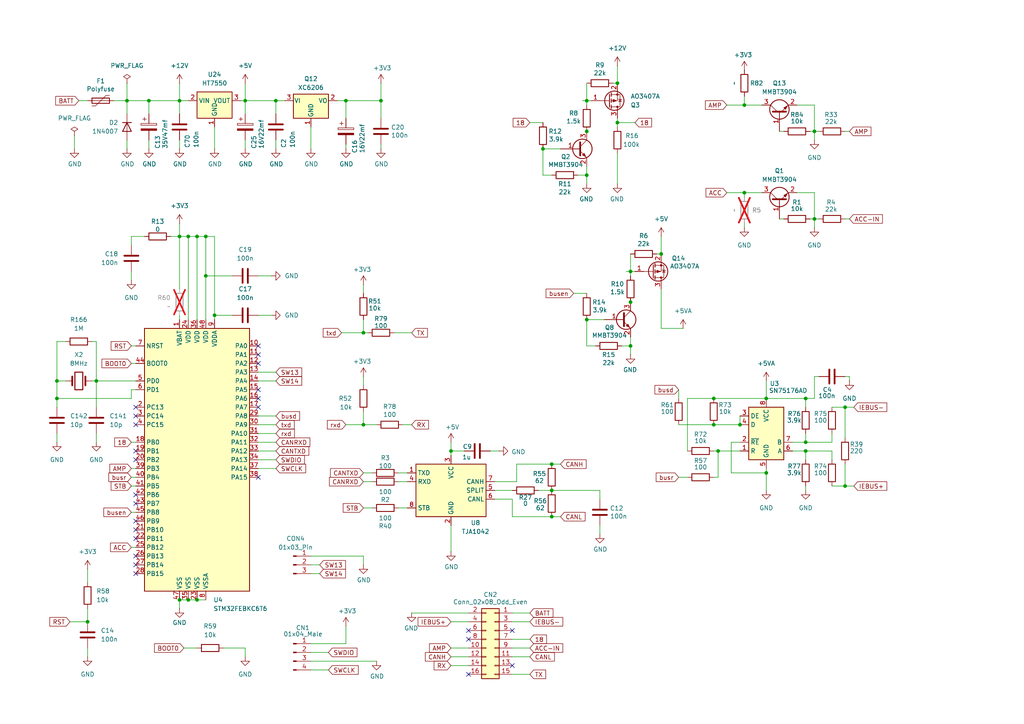
<source format=kicad_sch>
(kicad_sch (version 20231120) (generator "eeschema") (generator_version "8.0")
  (paper "A4")
  (lib_symbols
    (symbol "Connector:Conn_01x03_Pin" (pin_names (offset 1.016) hide)
      (property "Reference" "J" (at 0 5.08 0))
      (property "Value" "Conn_01x03_Pin" (at 0 -5.08 0))
      (symbol "Conn_01x03_Pin_1_1"
        (pin passive line (at 5.08 2.54 180) (length 3.81) (name "Pin_1") (number "1"))
        (pin passive line (at 5.08 0 180) (length 3.81) (name "Pin_2") (number "2"))
        (pin passive line (at 5.08 -2.54 180) (length 3.81) (name "Pin_3") (number "3"))
      )
    )
    (symbol "Connector:Conn_01x04_Pin" (pin_names (offset 1.016) hide)
      (property "Reference" "J" (at 0 5.08 0))
      (property "Value" "Conn_01x04_Pin" (at 0 -7.62 0))
      (symbol "Conn_01x04_Pin_1_1"
        (pin passive line (at 5.08 2.54 180) (length 3.81) (name "Pin_1") (number "1"))
        (pin passive line (at 5.08 0 180) (length 3.81) (name "Pin_2") (number "2"))
        (pin passive line (at 5.08 -2.54 180) (length 3.81) (name "Pin_3") (number "3"))
        (pin passive line (at 5.08 -5.08 180) (length 3.81) (name "Pin_4") (number "4"))
      )
    )
    (symbol "Connector_Generic:Conn_02x08_Odd_Even" (pin_names (offset 1.016) hide)
      (property "Reference" "J" (at 1.27 10.16 0))
      (property "Value" "Conn_02x08_Odd_Even" (at 1.27 -12.7 0))
      (symbol "Conn_02x08_Odd_Even_1_1"
        (pin passive line (at -5.08 7.62 0) (length 3.81) (name "Pin_1") (number "1"))
        (pin passive line (at 7.62 -2.54 180) (length 3.81) (name "Pin_10") (number "10"))
        (pin passive line (at -5.08 -5.08 0) (length 3.81) (name "Pin_11") (number "11"))
        (pin passive line (at 7.62 -5.08 180) (length 3.81) (name "Pin_12") (number "12"))
        (pin passive line (at -5.08 -7.62 0) (length 3.81) (name "Pin_13") (number "13"))
        (pin passive line (at 7.62 -7.62 180) (length 3.81) (name "Pin_14") (number "14"))
        (pin passive line (at -5.08 -10.16 0) (length 3.81) (name "Pin_15") (number "15"))
        (pin passive line (at 7.62 -10.16 180) (length 3.81) (name "Pin_16") (number "16"))
        (pin passive line (at 7.62 7.62 180) (length 3.81) (name "Pin_2") (number "2"))
        (pin passive line (at -5.08 5.08 0) (length 3.81) (name "Pin_3") (number "3"))
        (pin passive line (at 7.62 5.08 180) (length 3.81) (name "Pin_4") (number "4"))
        (pin passive line (at -5.08 2.54 0) (length 3.81) (name "Pin_5") (number "5"))
        (pin passive line (at 7.62 2.54 180) (length 3.81) (name "Pin_6") (number "6"))
        (pin passive line (at -5.08 0 0) (length 3.81) (name "Pin_7") (number "7"))
        (pin passive line (at 7.62 0 180) (length 3.81) (name "Pin_8") (number "8"))
        (pin passive line (at -5.08 -2.54 0) (length 3.81) (name "Pin_9") (number "9"))
      )
    )
    (symbol "Device:C" (pin_numbers hide) (pin_names (offset 0.254))
      (property "Reference" "C" (at 0.635 2.54 0))
      (property "Value" "C" (at 0.635 -2.54 0))
      (symbol "C_1_1"
        (pin passive line (at 0 3.81 270) (length 2.794) (name "~") (number "1"))
        (pin passive line (at 0 -3.81 90) (length 2.794) (name "~") (number "2"))
      )
    )
    (symbol "Device:C_Polarized" (pin_numbers hide) (pin_names (offset 0.254))
      (property "Reference" "C" (at 0.635 2.54 0))
      (property "Value" "C_Polarized" (at 0.635 -2.54 0))
      (symbol "C_Polarized_1_1"
        (pin passive line (at 0 3.81 270) (length 2.794) (name "~") (number "1"))
        (pin passive line (at 0 -3.81 90) (length 2.794) (name "~") (number "2"))
      )
    )
    (symbol "Device:Crystal" (pin_numbers hide) (pin_names (offset 1.016) hide)
      (property "Reference" "Y" (at 0 3.81 0))
      (property "Value" "Crystal" (at 0 -3.81 0))
      (symbol "Crystal_1_1"
        (pin passive line (at -3.81 0 0) (length 1.27) (name "1") (number "1"))
        (pin passive line (at 3.81 0 180) (length 1.27) (name "2") (number "2"))
      )
    )
    (symbol "Device:Polyfuse" (pin_numbers hide) (pin_names (offset 0))
      (property "Reference" "F" (at -2.54 0 90))
      (property "Value" "Polyfuse" (at 2.54 0 90))
      (symbol "Polyfuse_1_1"
        (pin passive line (at 0 3.81 270) (length 1.27) (name "~") (number "1"))
        (pin passive line (at 0 -3.81 90) (length 1.27) (name "~") (number "2"))
      )
    )
    (symbol "Device:R" (pin_numbers hide) (pin_names (offset 0))
      (property "Reference" "R" (at 2.032 0 90))
      (property "Value" "R" (at 0 0 90))
      (symbol "R_1_1"
        (pin passive line (at 0 3.81 270) (length 1.27) (name "~") (number "1"))
        (pin passive line (at 0 -3.81 90) (length 1.27) (name "~") (number "2"))
      )
    )
    (symbol "Diode:1N4007" (pin_numbers hide) (pin_names hide)
      (property "Reference" "D" (at 0 2.54 0))
      (property "Value" "1N4007" (at 0 -2.54 0))
      (symbol "1N4007_1_1"
        (pin passive line (at -3.81 0 0) (length 2.54) (name "K") (number "1"))
        (pin passive line (at 3.81 0 180) (length 2.54) (name "A") (number "2"))
      )
    )
    (symbol "Interface_CAN_LIN:TJA1042T"
      (property "Reference" "U" (at -10.16 8.89 0))
      (property "Value" "TJA1042T" (at 1.27 8.89 0))
      (symbol "TJA1042T_1_1"
        (pin input line (at -12.7 5.08 0) (length 2.54) (name "TXD") (number "1"))
        (pin power_in line (at 0 -10.16 90) (length 2.54) (name "GND") (number "2"))
        (pin power_in line (at 0 10.16 270) (length 2.54) (name "VCC") (number "3"))
        (pin output line (at -12.7 2.54 0) (length 2.54) (name "RXD") (number "4"))
        (pin power_out line (at 12.7 0 180) (length 2.54) (name "SPLIT") (number "5"))
        (pin bidirectional line (at 12.7 -2.54 180) (length 2.54) (name "CANL") (number "6"))
        (pin bidirectional line (at 12.7 2.54 180) (length 2.54) (name "CANH") (number "7"))
        (pin input line (at -12.7 -5.08 0) (length 2.54) (name "STB") (number "8"))
      )
    )
    (symbol "Interface_UART:SN75176AD"
      (property "Reference" "U" (at -4.318 8.89 0))
      (property "Value" "SN75176AD" (at 1.016 8.89 0))
      (symbol "SN75176AD_1_1"
        (pin output line (at -7.62 -5.08 0) (length 2.54) (name "R") (number "1"))
        (pin input line (at -7.62 -2.54 0) (length 2.54) (name "~{RE}") (number "2"))
        (pin input line (at -7.62 5.08 0) (length 2.54) (name "DE") (number "3"))
        (pin input line (at -7.62 2.54 0) (length 2.54) (name "D") (number "4"))
        (pin power_in line (at 0 -10.16 90) (length 2.54) (name "GND") (number "5"))
        (pin bidirectional line (at 7.62 -5.08 180) (length 2.54) (name "A") (number "6"))
        (pin bidirectional line (at 7.62 -2.54 180) (length 2.54) (name "B") (number "7"))
        (pin power_in line (at 0 10.16 270) (length 2.54) (name "VCC") (number "8"))
      )
    )
    (symbol "MCU_ST_STM32F1:STM32F103C8Tx"
      (property "Reference" "U4" (at 4.7341 -40.64 0))
      (property "Value" "STM32FEBKC6T6" (at 4.7341 -43.18 0))
      (symbol "STM32F103C8Tx_1_1"
        (pin power_in line (at -5.08 40.64 270) (length 2.54) (name "VBAT") (number "1"))
        (pin bidirectional line (at 17.78 33.02 180) (length 2.54) (name "PA0") (number "10"))
        (pin bidirectional line (at 17.78 30.48 180) (length 2.54) (name "PA1") (number "11"))
        (pin bidirectional line (at 17.78 27.94 180) (length 2.54) (name "PA2") (number "12"))
        (pin bidirectional line (at 17.78 25.4 180) (length 2.54) (name "PA3") (number "13"))
        (pin bidirectional line (at 17.78 22.86 180) (length 2.54) (name "PA4") (number "14"))
        (pin bidirectional line (at 17.78 20.32 180) (length 2.54) (name "PA5") (number "15"))
        (pin bidirectional line (at 17.78 17.78 180) (length 2.54) (name "PA6") (number "16"))
        (pin bidirectional line (at 17.78 15.24 180) (length 2.54) (name "PA7") (number "17"))
        (pin bidirectional line (at -17.78 5.08 0) (length 2.54) (name "PB0") (number "18"))
        (pin bidirectional line (at -17.78 2.54 0) (length 2.54) (name "PB1") (number "19"))
        (pin bidirectional line (at -17.78 15.24 0) (length 2.54) (name "PC13") (number "2"))
        (pin bidirectional line (at -17.78 0 0) (length 2.54) (name "PB2") (number "20"))
        (pin bidirectional line (at -17.78 -20.32 0) (length 2.54) (name "PB10") (number "21"))
        (pin bidirectional line (at -17.78 -22.86 0) (length 2.54) (name "PB11") (number "22"))
        (pin power_in line (at 0 -40.64 90) (length 2.54) (name "VSS") (number "23"))
        (pin power_in line (at -2.54 40.64 270) (length 2.54) (name "VDD") (number "24"))
        (pin bidirectional line (at -17.78 -25.4 0) (length 2.54) (name "PB12") (number "25"))
        (pin bidirectional line (at -17.78 -27.94 0) (length 2.54) (name "PB13") (number "26"))
        (pin bidirectional line (at -17.78 -30.48 0) (length 2.54) (name "PB14") (number "27"))
        (pin bidirectional line (at -17.78 -33.02 0) (length 2.54) (name "PB15") (number "28"))
        (pin bidirectional line (at 17.78 12.7 180) (length 2.54) (name "PA8") (number "29"))
        (pin bidirectional line (at -17.78 12.7 0) (length 2.54) (name "PC14") (number "3"))
        (pin bidirectional line (at 17.78 10.16 180) (length 2.54) (name "PA9") (number "30"))
        (pin bidirectional line (at 17.78 7.62 180) (length 2.54) (name "PA10") (number "31"))
        (pin bidirectional line (at 17.78 5.08 180) (length 2.54) (name "PA11") (number "32"))
        (pin bidirectional line (at 17.78 2.54 180) (length 2.54) (name "PA12") (number "33"))
        (pin bidirectional line (at 17.78 0 180) (length 2.54) (name "PA13") (number "34"))
        (pin power_in line (at -2.54 -40.64 90) (length 2.54) (name "VSS") (number "35"))
        (pin passive line (at 0 -40.64 90) (length 2.54) hide (name "VSS") (number "35"))
        (pin power_in line (at 0 40.64 270) (length 2.54) (name "VDD") (number "36"))
        (pin bidirectional line (at 17.78 -2.54 180) (length 2.54) (name "PA14") (number "37"))
        (pin bidirectional line (at 17.78 -5.08 180) (length 2.54) (name "PA15") (number "38"))
        (pin bidirectional line (at -17.78 -2.54 0) (length 2.54) (name "PB3") (number "39"))
        (pin bidirectional line (at -17.78 10.16 0) (length 2.54) (name "PC15") (number "4"))
        (pin bidirectional line (at -17.78 -5.08 0) (length 2.54) (name "PB4") (number "40"))
        (pin bidirectional line (at -17.78 -7.62 0) (length 2.54) (name "PB5") (number "41"))
        (pin bidirectional line (at -17.78 -10.16 0) (length 2.54) (name "PB6") (number "42"))
        (pin bidirectional line (at -17.78 -12.7 0) (length 2.54) (name "PB7") (number "43"))
        (pin input line (at -17.78 27.94 0) (length 2.54) (name "BOOT0") (number "44"))
        (pin bidirectional line (at -17.78 -15.24 0) (length 2.54) (name "PB8") (number "45"))
        (pin bidirectional line (at -17.78 -17.78 0) (length 2.54) (name "PB9") (number "46"))
        (pin power_in line (at -5.08 -40.64 90) (length 2.54) (name "VSS") (number "47"))
        (pin passive line (at 0 -40.64 90) (length 2.54) hide (name "VSS") (number "47"))
        (pin power_in line (at 2.54 40.64 270) (length 2.54) (name "VDD") (number "48"))
        (pin bidirectional line (at -17.78 22.86 0) (length 2.54) (name "PD0") (number "5"))
        (pin bidirectional line (at -17.78 20.32 0) (length 2.54) (name "PD1") (number "6"))
        (pin input line (at -17.78 33.02 0) (length 2.54) (name "NRST") (number "7"))
        (pin power_in line (at 2.54 -40.64 90) (length 2.54) (name "VSSA") (number "8"))
        (pin power_in line (at 5.08 40.64 270) (length 2.54) (name "VDDA") (number "9"))
      )
    )
    (symbol "MMBT3904_1" (pin_names (offset 0) hide)
      (property "Reference" "Q" (at 5.08 1.905 0))
      (property "Value" "MMBT3904" (at 5.08 0 0))
      (symbol "MMBT3904_1_1_1"
        (pin input line (at -5.08 0 0) (length 5.715) (name "B") (number "1"))
        (pin passive line (at 2.54 -5.08 90) (length 2.54) (name "E") (number "2"))
        (pin passive line (at 2.54 5.08 270) (length 2.54) (name "C") (number "3"))
      )
    )
    (symbol "Regulator_Linear:HT75xx-1-SOT89"
      (property "Reference" "U" (at -5.08 -3.81 0))
      (property "Value" "HT75xx-1-SOT89" (at 0 6.35 0))
      (symbol "HT75xx-1-SOT89_1_1"
        (pin power_in line (at 0 -5.08 90) (length 2.54) (name "GND") (number "1"))
        (pin power_in line (at -7.62 2.54 0) (length 2.54) (name "VIN") (number "2"))
        (pin power_out line (at 7.62 2.54 180) (length 2.54) (name "VOUT") (number "3"))
      )
    )
    (symbol "Regulator_Linear:XC6206PxxxMR" (pin_names (offset 0.254))
      (property "Reference" "U" (at -3.81 3.175 0))
      (property "Value" "XC6206PxxxMR" (at 0 3.175 0))
      (symbol "XC6206PxxxMR_1_1"
        (pin power_in line (at 0 -7.62 90) (length 2.54) (name "GND") (number "1"))
        (pin power_out line (at 7.62 0 180) (length 2.54) (name "VO") (number "2"))
        (pin power_in line (at -7.62 0 0) (length 2.54) (name "VI") (number "3"))
      )
    )
    (symbol "Transistor_BJT:MMBT3904" (pin_names (offset 0) hide)
      (property "Reference" "Q" (at 5.08 1.905 0))
      (property "Value" "MMBT3904" (at 5.08 0 0))
      (symbol "MMBT3904_1_1"
        (pin input line (at -5.08 0 0) (length 5.715) (name "B") (number "1"))
        (pin passive line (at 2.54 -5.08 90) (length 2.54) (name "E") (number "2"))
        (pin passive line (at 2.54 5.08 270) (length 2.54) (name "C") (number "3"))
      )
    )
    (symbol "Transistor_FET:AO3401A" (pin_names hide)
      (property "Reference" "Q" (at 5.08 1.905 0))
      (property "Value" "AO3401A" (at 5.08 0 0))
      (symbol "AO3401A_1_1"
        (pin input line (at -5.08 0 0) (length 2.54) (name "G") (number "1"))
        (pin passive line (at 2.54 -5.08 90) (length 2.54) (name "S") (number "2"))
        (pin passive line (at 2.54 5.08 270) (length 2.54) (name "D") (number "3"))
      )
    )
    (symbol "power:+12V" (power) (pin_numbers hide) (pin_names (offset 0) hide)
      (property "Value" "+12V" (at 0 3.556 0))
      (symbol "+12V_1_1"
        (pin power_in line (at 0 0 90) (length 0) (name "~") (number "1"))
      )
    )
    (symbol "power:+3V3" (power) (pin_numbers hide) (pin_names (offset 0) hide)
      (property "Value" "+3V3" (at 0 3.556 0))
      (symbol "+3V3_1_1"
        (pin power_in line (at 0 0 90) (length 0) (name "~") (number "1"))
      )
    )
    (symbol "power:+5V" (power) (pin_numbers hide) (pin_names (offset 0) hide)
      (property "Value" "+5V" (at 0 3.556 0))
      (symbol "+5V_1_1"
        (pin power_in line (at 0 0 90) (length 0) (name "~") (number "1"))
      )
    )
    (symbol "power:+5VA" (power) (pin_numbers hide) (pin_names (offset 0) hide)
      (property "Value" "+5VA" (at 0 3.556 0))
      (symbol "+5VA_1_1"
        (pin power_in line (at 0 0 90) (length 0) (name "~") (number "1"))
      )
    )
    (symbol "power:GND" (power) (pin_numbers hide) (pin_names (offset 0) hide)
      (property "Value" "GND" (at 0 -3.81 0))
      (symbol "GND_1_1"
        (pin power_in line (at 0 0 270) (length 0) (name "~") (number "1"))
      )
    )
    (symbol "power:PWR_FLAG" (power) (pin_numbers hide) (pin_names (offset 0) hide)
      (property "Value" "PWR_FLAG" (at 0 3.81 0))
      (symbol "PWR_FLAG_0_0"
        (pin power_out line (at 0 0 90) (length 0) (name "~") (number "1"))
      )
    )
  )
  (junction (at 170.18 50.8))
  (junction (at 245.11 140.97))
  (junction (at 182.88 100.33))
  (junction (at 43.18 29.21))
  (junction (at 100.33 29.21))
  (junction (at 105.41 96.52))
  (junction (at 160.02 142.24))
  (junction (at 52.07 29.21))
  (junction (at 170.18 38.1))
  (junction (at 62.23 91.44))
  (junction (at 59.69 68.58))
  (junction (at 170.18 29.21))
  (junction (at 57.15 173.99))
  (junction (at 157.48 43.18))
  (junction (at 191.77 73.66))
  (junction (at 207.01 123.19))
  (junction (at 57.15 68.58))
  (junction (at 71.12 29.21))
  (junction (at 110.49 29.21))
  (junction (at 233.68 130.81))
  (junction (at 245.11 118.11))
  (junction (at 80.01 29.21))
  (junction (at 215.9 30.48))
  (junction (at 36.83 29.21))
  (junction (at 208.28 130.81))
  (junction (at 130.81 130.81))
  (junction (at 27.94 110.49))
  (junction (at 160.02 134.62))
  (junction (at 182.88 78.74))
  (junction (at 179.07 24.13))
  (junction (at 54.61 68.58))
  (junction (at 52.07 173.99))
  (junction (at 222.25 137.16))
  (junction (at 160.02 149.86))
  (junction (at 233.68 128.27))
  (junction (at 182.88 87.63))
  (junction (at 233.68 115.57))
  (junction (at 170.18 92.71))
  (junction (at 105.41 123.19))
  (junction (at 236.22 38.1))
  (junction (at 54.61 173.99))
  (junction (at 214.63 123.19))
  (junction (at 16.51 115.57))
  (junction (at 25.4 180.34))
  (junction (at 215.9 55.88))
  (junction (at 222.25 115.57))
  (junction (at 59.69 80.01))
  (junction (at 236.22 63.5))
  (junction (at 16.51 110.49))
  (junction (at 207.01 115.57))
  (junction (at 52.07 68.58))
  (junction (at 179.07 35.56))
  (no_connect (at 148.59 182.88))
  (no_connect (at 74.93 100.33))
  (no_connect (at 39.37 163.83))
  (no_connect (at 39.37 123.19))
  (no_connect (at 74.93 113.03))
  (no_connect (at 39.37 151.13))
  (no_connect (at 74.93 102.87))
  (no_connect (at 39.37 118.11))
  (no_connect (at 74.93 115.57))
  (no_connect (at 135.89 185.42))
  (no_connect (at 39.37 133.35))
  (no_connect (at 39.37 161.29))
  (no_connect (at 39.37 153.67))
  (no_connect (at 135.89 195.58))
  (no_connect (at 39.37 146.05))
  (no_connect (at 74.93 105.41))
  (no_connect (at 148.59 193.04))
  (no_connect (at 39.37 156.21))
  (no_connect (at 74.93 118.11))
  (no_connect (at 74.93 138.43))
  (no_connect (at 39.37 130.81))
  (no_connect (at 39.37 120.65))
  (no_connect (at 135.89 182.88))
  (no_connect (at 39.37 166.37))
  (no_connect (at 39.37 143.51))
  (wire (pts (xy 233.68 115.57) (xy 222.25 115.57)))
  (wire (pts (xy 233.68 140.97) (xy 233.68 142.24)))
  (wire (pts (xy 207.01 115.57) (xy 199.39 115.57)))
  (wire (pts (xy 52.07 40.64) (xy 52.07 43.18)))
  (wire (pts (xy 90.17 194.31) (xy 95.25 194.31)))
  (wire (pts (xy 207.01 138.43) (xy 208.28 138.43)))
  (wire (pts (xy 214.63 120.65) (xy 214.63 123.19)))
  (wire (pts (xy 109.22 191.77) (xy 90.17 191.77)))
  (wire (pts (xy 74.93 135.89) (xy 80.01 135.89)))
  (wire (pts (xy 160.02 142.24) (xy 173.99 142.24)))
  (wire (pts (xy 71.12 29.21) (xy 71.12 33.02)))
  (wire (pts (xy 36.83 29.21) (xy 36.83 33.02)))
  (wire (pts (xy 74.93 123.19) (xy 80.01 123.19)))
  (wire (pts (xy 90.17 163.83) (xy 92.71 163.83)))
  (wire (pts (xy 36.83 40.64) (xy 36.83 43.18)))
  (wire (pts (xy 64.77 187.96) (xy 71.12 187.96)))
  (wire (pts (xy 135.89 190.5) (xy 130.81 190.5)))
  (wire (pts (xy 36.83 29.21) (xy 43.18 29.21)))
  (wire (pts (xy 214.63 128.27) (xy 212.09 128.27)))
  (wire (pts (xy 179.07 36.83) (xy 179.07 35.56)))
  (wire (pts (xy 231.14 30.48) (xy 236.22 30.48)))
  (wire (pts (xy 170.18 50.8) (xy 167.64 50.8)))
  (wire (pts (xy 105.41 111.76) (xy 105.41 109.22)))
  (wire (pts (xy 241.3 130.81) (xy 241.3 133.35)))
  (wire (pts (xy 22.86 29.21) (xy 25.4 29.21)))
  (wire (pts (xy 173.99 154.94) (xy 173.99 152.4)))
  (wire (pts (xy 43.18 40.64) (xy 43.18 43.18)))
  (wire (pts (xy 49.53 68.58) (xy 52.07 68.58)))
  (wire (pts (xy 105.41 161.29) (xy 105.41 163.83)))
  (wire (pts (xy 160.02 134.62) (xy 162.56 134.62)))
  (wire (pts (xy 179.07 19.05) (xy 179.07 24.13)))
  (wire (pts (xy 236.22 109.22) (xy 237.49 109.22)))
  (wire (pts (xy 210.82 30.48) (xy 215.9 30.48)))
  (wire (pts (xy 153.67 35.56) (xy 157.48 35.56)))
  (wire (pts (xy 142.24 130.81) (xy 144.78 130.81)))
  (wire (pts (xy 135.89 193.04) (xy 130.81 193.04)))
  (wire (pts (xy 105.41 123.19) (xy 100.33 123.19)))
  (wire (pts (xy 222.25 110.49) (xy 222.25 115.57)))
  (wire (pts (xy 62.23 68.58) (xy 62.23 91.44)))
  (wire (pts (xy 62.23 68.58) (xy 59.69 68.58)))
  (wire (pts (xy 241.3 118.11) (xy 245.11 118.11)))
  (wire (pts (xy 38.1 148.59) (xy 39.37 148.59)))
  (wire (pts (xy 59.69 68.58) (xy 57.15 68.58)))
  (wire (pts (xy 157.48 43.18) (xy 162.56 43.18)))
  (wire (pts (xy 170.18 100.33) (xy 170.18 92.71)))
  (wire (pts (xy 236.22 30.48) (xy 236.22 38.1)))
  (wire (pts (xy 208.28 130.81) (xy 208.28 138.43)))
  (wire (pts (xy 226.06 38.1) (xy 227.33 38.1)))
  (wire (pts (xy 38.1 138.43) (xy 39.37 138.43)))
  (wire (pts (xy 52.07 29.21) (xy 52.07 33.02)))
  (wire (pts (xy 241.3 128.27) (xy 241.3 125.73)))
  (wire (pts (xy 27.94 110.49) (xy 39.37 110.49)))
  (wire (pts (xy 115.57 147.32) (xy 118.11 147.32)))
  (wire (pts (xy 74.93 128.27) (xy 80.01 128.27)))
  (wire (pts (xy 149.86 134.62) (xy 160.02 134.62)))
  (wire (pts (xy 105.41 137.16) (xy 107.95 137.16)))
  (wire (pts (xy 191.77 95.25) (xy 198.12 95.25)))
  (wire (pts (xy 215.9 57.15) (xy 215.9 55.88)))
  (wire (pts (xy 233.68 118.11) (xy 233.68 115.57)))
  (wire (pts (xy 196.85 123.19) (xy 207.01 123.19)))
  (wire (pts (xy 246.38 109.22) (xy 246.38 110.49)))
  (wire (pts (xy 54.61 68.58) (xy 54.61 92.71)))
  (wire (pts (xy 36.83 24.13) (xy 36.83 29.21)))
  (wire (pts (xy 71.12 24.13) (xy 71.12 29.21)))
  (wire (pts (xy 38.1 113.03) (xy 38.1 115.57)))
  (wire (pts (xy 107.95 147.32) (xy 105.41 147.32)))
  (wire (pts (xy 62.23 36.83) (xy 62.23 43.18)))
  (wire (pts (xy 170.18 100.33) (xy 172.72 100.33)))
  (wire (pts (xy 135.89 177.8) (xy 119.38 177.8)))
  (wire (pts (xy 222.25 137.16) (xy 222.25 142.24)))
  (wire (pts (xy 105.41 82.55) (xy 105.41 85.09)))
  (wire (pts (xy 215.9 64.77) (xy 215.9 66.04)))
  (wire (pts (xy 207.01 130.81) (xy 208.28 130.81)))
  (wire (pts (xy 59.69 80.01) (xy 67.31 80.01)))
  (wire (pts (xy 74.93 107.95) (xy 80.01 107.95)))
  (wire (pts (xy 233.68 130.81) (xy 241.3 130.81)))
  (wire (pts (xy 160.02 149.86) (xy 162.56 149.86)))
  (wire (pts (xy 166.37 85.09) (xy 170.18 85.09)))
  (wire (pts (xy 182.88 97.79) (xy 182.88 100.33)))
  (wire (pts (xy 105.41 123.19) (xy 105.41 119.38)))
  (wire (pts (xy 170.18 24.13) (xy 170.18 29.21)))
  (wire (pts (xy 191.77 68.58) (xy 191.77 73.66)))
  (wire (pts (xy 115.57 137.16) (xy 118.11 137.16)))
  (wire (pts (xy 157.48 50.8) (xy 160.02 50.8)))
  (wire (pts (xy 25.4 176.53) (xy 25.4 180.34)))
  (wire (pts (xy 233.68 130.81) (xy 233.68 133.35)))
  (wire (pts (xy 210.82 55.88) (xy 215.9 55.88)))
  (wire (pts (xy 222.25 135.89) (xy 222.25 137.16)))
  (wire (pts (xy 229.87 130.81) (xy 233.68 130.81)))
  (wire (pts (xy 43.18 29.21) (xy 43.18 33.02)))
  (wire (pts (xy 245.11 134.62) (xy 245.11 140.97)))
  (wire (pts (xy 53.34 187.96) (xy 57.15 187.96)))
  (wire (pts (xy 208.28 130.81) (xy 214.63 130.81)))
  (wire (pts (xy 148.59 187.96) (xy 153.67 187.96)))
  (wire (pts (xy 52.07 173.99) (xy 52.07 176.53)))
  (wire (pts (xy 38.1 128.27) (xy 39.37 128.27)))
  (wire (pts (xy 52.07 173.99) (xy 54.61 173.99)))
  (wire (pts (xy 157.48 50.8) (xy 157.48 43.18)))
  (wire (pts (xy 43.18 29.21) (xy 52.07 29.21)))
  (wire (pts (xy 52.07 64.77) (xy 52.07 68.58)))
  (wire (pts (xy 74.93 130.81) (xy 80.01 130.81)))
  (wire (pts (xy 149.86 139.7) (xy 143.51 139.7)))
  (wire (pts (xy 181.61 78.74) (xy 182.88 78.74)))
  (wire (pts (xy 233.68 128.27) (xy 241.3 128.27)))
  (wire (pts (xy 170.18 48.26) (xy 170.18 50.8)))
  (wire (pts (xy 153.67 180.34) (xy 148.59 180.34)))
  (wire (pts (xy 100.33 29.21) (xy 110.49 29.21)))
  (wire (pts (xy 215.9 55.88) (xy 220.98 55.88)))
  (wire (pts (xy 90.17 161.29) (xy 105.41 161.29)))
  (wire (pts (xy 170.18 29.21) (xy 171.45 29.21)))
  (wire (pts (xy 191.77 95.25) (xy 191.77 83.82)))
  (wire (pts (xy 105.41 96.52) (xy 105.41 92.71)))
  (wire (pts (xy 245.11 118.11) (xy 247.65 118.11)))
  (wire (pts (xy 246.38 109.22) (xy 245.11 109.22)))
  (wire (pts (xy 38.1 113.03) (xy 39.37 113.03)))
  (wire (pts (xy 26.67 99.06) (xy 27.94 99.06)))
  (wire (pts (xy 245.11 140.97) (xy 247.65 140.97)))
  (wire (pts (xy 179.07 53.34) (xy 179.07 44.45)))
  (wire (pts (xy 229.87 128.27) (xy 233.68 128.27)))
  (wire (pts (xy 114.3 96.52) (xy 119.38 96.52)))
  (wire (pts (xy 80.01 40.64) (xy 80.01 43.18)))
  (wire (pts (xy 97.79 29.21) (xy 100.33 29.21)))
  (wire (pts (xy 110.49 29.21) (xy 110.49 24.13)))
  (wire (pts (xy 74.93 110.49) (xy 80.01 110.49)))
  (wire (pts (xy 191.77 73.66) (xy 190.5 73.66)))
  (wire (pts (xy 215.9 30.48) (xy 220.98 30.48)))
  (wire (pts (xy 236.22 38.1) (xy 236.22 40.64)))
  (wire (pts (xy 74.93 91.44) (xy 78.74 91.44)))
  (wire (pts (xy 184.15 35.56) (xy 179.07 35.56)))
  (wire (pts (xy 170.18 36.83) (xy 170.18 38.1)))
  (wire (pts (xy 16.51 125.73) (xy 16.51 128.27)))
  (wire (pts (xy 237.49 63.5) (xy 236.22 63.5)))
  (wire (pts (xy 170.18 92.71) (xy 175.26 92.71)))
  (wire (pts (xy 38.1 100.33) (xy 39.37 100.33)))
  (wire (pts (xy 110.49 43.18) (xy 110.49 41.91)))
  (wire (pts (xy 135.89 187.96) (xy 130.81 187.96)))
  (wire (pts (xy 236.22 115.57) (xy 233.68 115.57)))
  (wire (pts (xy 80.01 29.21) (xy 82.55 29.21)))
  (wire (pts (xy 106.68 96.52) (xy 105.41 96.52)))
  (wire (pts (xy 236.22 63.5) (xy 236.22 66.04)))
  (wire (pts (xy 59.69 68.58) (xy 59.69 80.01)))
  (wire (pts (xy 226.06 63.5) (xy 227.33 63.5)))
  (wire (pts (xy 182.88 86.36) (xy 182.88 87.63)))
  (wire (pts (xy 207.01 115.57) (xy 222.25 115.57)))
  (wire (pts (xy 16.51 115.57) (xy 38.1 115.57)))
  (wire (pts (xy 16.51 99.06) (xy 19.05 99.06)))
  (wire (pts (xy 25.4 187.96) (xy 25.4 190.5)))
  (wire (pts (xy 74.93 80.01) (xy 78.74 80.01)))
  (wire (pts (xy 52.07 68.58) (xy 52.07 83.82)))
  (wire (pts (xy 148.59 144.78) (xy 148.59 149.86)))
  (wire (pts (xy 196.85 138.43) (xy 199.39 138.43)))
  (wire (pts (xy 100.33 29.21) (xy 100.33 34.29)))
  (wire (pts (xy 143.51 142.24) (xy 148.59 142.24)))
  (wire (pts (xy 153.67 195.58) (xy 148.59 195.58)))
  (wire (pts (xy 27.94 125.73) (xy 27.94 128.27)))
  (wire (pts (xy 107.95 139.7) (xy 105.41 139.7)))
  (wire (pts (xy 182.88 100.33) (xy 182.88 102.87)))
  (wire (pts (xy 231.14 55.88) (xy 236.22 55.88)))
  (wire (pts (xy 90.17 186.69) (xy 100.33 186.69)))
  (wire (pts (xy 148.59 144.78) (xy 143.51 144.78)))
  (wire (pts (xy 236.22 55.88) (xy 236.22 63.5)))
  (wire (pts (xy 69.85 29.21) (xy 71.12 29.21)))
  (wire (pts (xy 241.3 140.97) (xy 245.11 140.97)))
  (wire (pts (xy 52.07 91.44) (xy 52.07 92.71)))
  (wire (pts (xy 16.51 110.49) (xy 19.05 110.49)))
  (wire (pts (xy 182.88 73.66) (xy 182.88 78.74)))
  (wire (pts (xy 71.12 29.21) (xy 80.01 29.21)))
  (wire (pts (xy 130.81 152.4) (xy 130.81 160.02)))
  (wire (pts (xy 179.07 24.13) (xy 177.8 24.13)))
  (wire (pts (xy 20.32 180.34) (xy 25.4 180.34)))
  (wire (pts (xy 148.59 185.42) (xy 153.67 185.42)))
  (wire (pts (xy 236.22 109.22) (xy 236.22 115.57)))
  (wire (pts (xy 109.22 123.19) (xy 105.41 123.19)))
  (wire (pts (xy 16.51 110.49) (xy 16.51 99.06)))
  (wire (pts (xy 100.33 43.18) (xy 100.33 41.91)))
  (wire (pts (xy 130.81 130.81) (xy 134.62 130.81)))
  (wire (pts (xy 74.93 133.35) (xy 80.01 133.35)))
  (wire (pts (xy 234.95 63.5) (xy 236.22 63.5)))
  (wire (pts (xy 170.18 50.8) (xy 170.18 53.34)))
  (wire (pts (xy 135.89 180.34) (xy 130.81 180.34)))
  (wire (pts (xy 71.12 40.64) (xy 71.12 43.18)))
  (wire (pts (xy 21.59 39.37) (xy 21.59 43.18)))
  (wire (pts (xy 16.51 118.11) (xy 16.51 115.57)))
  (wire (pts (xy 38.1 68.58) (xy 41.91 68.58)))
  (wire (pts (xy 156.21 142.24) (xy 160.02 142.24)))
  (wire (pts (xy 90.17 189.23) (xy 95.25 189.23)))
  (wire (pts (xy 38.1 158.75) (xy 39.37 158.75)))
  (wire (pts (xy 196.85 113.03) (xy 196.85 115.57)))
  (wire (pts (xy 148.59 177.8) (xy 153.67 177.8)))
  (wire (pts (xy 33.02 29.21) (xy 36.83 29.21)))
  (wire (pts (xy 130.81 130.81) (xy 130.81 132.08)))
  (wire (pts (xy 245.11 38.1) (xy 246.38 38.1)))
  (wire (pts (xy 57.15 68.58) (xy 57.15 92.71)))
  (wire (pts (xy 170.18 29.21) (xy 170.18 30.48)))
  (wire (pts (xy 59.69 80.01) (xy 59.69 92.71)))
  (wire (pts (xy 173.99 142.24) (xy 173.99 144.78)))
  (wire (pts (xy 27.94 110.49) (xy 26.67 110.49)))
  (wire (pts (xy 199.39 115.57) (xy 199.39 130.81)))
  (wire (pts (xy 168.91 29.21) (xy 170.18 29.21)))
  (wire (pts (xy 233.68 125.73) (xy 233.68 128.27)))
  (wire (pts (xy 38.1 105.41) (xy 39.37 105.41)))
  (wire (pts (xy 182.88 78.74) (xy 184.15 78.74)))
  (wire (pts (xy 110.49 34.29) (xy 110.49 29.21)))
  (wire (pts (xy 57.15 68.58) (xy 54.61 68.58)))
  (wire (pts (xy 16.51 115.57) (xy 16.51 110.49)))
  (wire (pts (xy 245.11 127) (xy 245.11 118.11)))
  (wire (pts (xy 215.9 27.94) (xy 215.9 30.48)))
  (wire (pts (xy 62.23 91.44) (xy 67.31 91.44)))
  (wire (pts (xy 80.01 29.21) (xy 80.01 33.02)))
  (wire (pts (xy 179.07 35.56) (xy 179.07 34.29)))
  (wire (pts (xy 148.59 149.86) (xy 160.02 149.86)))
  (wire (pts (xy 237.49 38.1) (xy 236.22 38.1)))
  (wire (pts (xy 54.61 173.99) (xy 57.15 173.99)))
  (wire (pts (xy 207.01 123.19) (xy 214.63 123.19)))
  (wire (pts (xy 38.1 140.97) (xy 39.37 140.97)))
  (wire (pts (xy 212.09 128.27) (xy 212.09 137.16)))
  (wire (pts (xy 38.1 71.12) (xy 38.1 68.58)))
  (wire (pts (xy 119.38 123.19) (xy 116.84 123.19)))
  (wire (pts (xy 27.94 110.49) (xy 27.94 118.11)))
  (wire (pts (xy 182.88 78.74) (xy 182.88 80.01)))
  (wire (pts (xy 212.09 137.16) (xy 222.25 137.16)))
  (wire (pts (xy 130.81 128.27) (xy 130.81 130.81)))
  (wire (pts (xy 71.12 187.96) (xy 71.12 190.5)))
  (wire (pts (xy 25.4 165.1) (xy 25.4 168.91)))
  (wire (pts (xy 38.1 135.89) (xy 39.37 135.89)))
  (wire (pts (xy 62.23 92.71) (xy 62.23 91.44)))
  (wire (pts (xy 90.17 166.37) (xy 92.71 166.37)))
  (wire (pts (xy 74.93 125.73) (xy 80.01 125.73)))
  (wire (pts (xy 52.07 29.21) (xy 54.61 29.21)))
  (wire (pts (xy 100.33 186.69) (xy 100.33 181.61)))
  (wire (pts (xy 38.1 78.74) (xy 38.1 81.28)))
  (wire (pts (xy 149.86 134.62) (xy 149.86 139.7)))
  (wire (pts (xy 54.61 68.58) (xy 52.07 68.58)))
  (wire (pts (xy 182.88 100.33) (xy 180.34 100.33)))
  (wire (pts (xy 234.95 38.1) (xy 236.22 38.1)))
  (wire (pts (xy 57.15 173.99) (xy 59.69 173.99)))
  (wire (pts (xy 52.07 24.13) (xy 52.07 29.21)))
  (wire (pts (xy 148.59 190.5) (xy 153.67 190.5)))
  (wire (pts (xy 90.17 36.83) (xy 90.17 43.18)))
  (wire (pts (xy 27.94 99.06) (xy 27.94 110.49)))
  (wire (pts (xy 245.11 63.5) (xy 246.38 63.5)))
  (wire (pts (xy 105.41 96.52) (xy 99.06 96.52)))
  (wire (pts (xy 74.93 120.65) (xy 80.01 120.65)))
  (wire (pts (xy 115.57 139.7) (xy 118.11 139.7)))
  (global_label "STB" (shape input) (at 38.1 140.97 180) (property "Intersheetrefs" "${INTERSHEET_REFS}" (effects (hide yes))))
  (global_label "rxd" (shape input) (at 100.33 123.19 180) (property "Intersheetrefs" "${INTERSHEET_REFS}" (effects (hide yes))))
  (global_label "STB" (shape input) (at 105.41 147.32 180) (property "Intersheetrefs" "${INTERSHEET_REFS}" (effects (hide yes))))
  (global_label "BATT" (shape input) (at 153.67 177.8 0) (property "Intersheetrefs" "${INTERSHEET_REFS}" (effects (hide yes))))
  (global_label "IEBUS-" (shape input) (at 247.65 118.11 0) (property "Intersheetrefs" "${INTERSHEET_REFS}" (effects (hide yes))))
  (global_label "SW13" (shape input) (at 80.01 107.95 0) (property "Intersheetrefs" "${INTERSHEET_REFS}" (effects (hide yes))))
  (global_label "busr" (shape input) (at 38.1 138.43 180) (property "Intersheetrefs" "${INTERSHEET_REFS}" (effects (hide yes))))
  (global_label "txd" (shape input) (at 80.01 123.19 0) (property "Intersheetrefs" "${INTERSHEET_REFS}" (effects (hide yes))))
  (global_label "txd" (shape input) (at 99.06 96.52 180) (property "Intersheetrefs" "${INTERSHEET_REFS}" (effects (hide yes))))
  (global_label "AMP" (shape input) (at 246.38 38.1 0) (property "Intersheetrefs" "${INTERSHEET_REFS}" (effects (hide yes))))
  (global_label "18" (shape input) (at 153.67 35.56 180) (property "Intersheetrefs" "${INTERSHEET_REFS}" (effects (hide yes))))
  (global_label "busd" (shape input) (at 196.85 113.03 180) (property "Intersheetrefs" "${INTERSHEET_REFS}" (effects (hide yes))))
  (global_label "IEBUS+" (shape input) (at 247.65 140.97 0) (property "Intersheetrefs" "${INTERSHEET_REFS}" (effects (hide yes))))
  (global_label "TX" (shape input) (at 119.38 96.52 0) (property "Intersheetrefs" "${INTERSHEET_REFS}" (effects (hide yes))))
  (global_label "IEBUS+" (shape input) (at 130.81 180.34 180) (property "Intersheetrefs" "${INTERSHEET_REFS}" (effects (hide yes))))
  (global_label "SW14" (shape input) (at 92.71 166.37 0) (property "Intersheetrefs" "${INTERSHEET_REFS}" (effects (hide yes))))
  (global_label "SWCLK" (shape input) (at 95.25 194.31 0) (property "Intersheetrefs" "${INTERSHEET_REFS}" (effects (hide yes))))
  (global_label "RX" (shape input) (at 130.81 193.04 180) (property "Intersheetrefs" "${INTERSHEET_REFS}" (effects (hide yes))))
  (global_label "SW14" (shape input) (at 80.01 110.49 0) (property "Intersheetrefs" "${INTERSHEET_REFS}" (effects (hide yes))))
  (global_label "ACC-IN" (shape input) (at 246.38 63.5 0) (property "Intersheetrefs" "${INTERSHEET_REFS}" (effects (hide yes))))
  (global_label "CANTXD" (shape input) (at 80.01 130.81 0) (property "Intersheetrefs" "${INTERSHEET_REFS}" (effects (hide yes))))
  (global_label "CANH" (shape input) (at 130.81 190.5 180) (property "Intersheetrefs" "${INTERSHEET_REFS}" (effects (hide yes))))
  (global_label "18" (shape input) (at 184.15 35.56 0) (property "Intersheetrefs" "${INTERSHEET_REFS}" (effects (hide yes))))
  (global_label "CANRXD" (shape input) (at 105.41 139.7 180) (property "Intersheetrefs" "${INTERSHEET_REFS}" (effects (hide yes))))
  (global_label "IEBUS-" (shape input) (at 153.67 180.34 0) (property "Intersheetrefs" "${INTERSHEET_REFS}" (effects (hide yes))))
  (global_label "SWCLK" (shape input) (at 80.01 135.89 0) (property "Intersheetrefs" "${INTERSHEET_REFS}" (effects (hide yes))))
  (global_label "SWDIO" (shape input) (at 80.01 133.35 0) (property "Intersheetrefs" "${INTERSHEET_REFS}" (effects (hide yes))))
  (global_label "RST" (shape input) (at 38.1 100.33 180) (property "Intersheetrefs" "${INTERSHEET_REFS}" (effects (hide yes))))
  (global_label "ACC-IN" (shape input) (at 153.67 187.96 0) (property "Intersheetrefs" "${INTERSHEET_REFS}" (effects (hide yes))))
  (global_label "CANL" (shape input) (at 153.67 190.5 0) (property "Intersheetrefs" "${INTERSHEET_REFS}" (effects (hide yes))))
  (global_label "CANRXD" (shape input) (at 80.01 128.27 0) (property "Intersheetrefs" "${INTERSHEET_REFS}" (effects (hide yes))))
  (global_label "BATT" (shape input) (at 22.86 29.21 180) (property "Intersheetrefs" "${INTERSHEET_REFS}" (effects (hide yes))))
  (global_label "ACC" (shape input) (at 38.1 158.75 180) (property "Intersheetrefs" "${INTERSHEET_REFS}" (effects (hide yes))))
  (global_label "SW13" (shape input) (at 92.71 163.83 0) (property "Intersheetrefs" "${INTERSHEET_REFS}" (effects (hide yes))))
  (global_label "BOOT0" (shape input) (at 53.34 187.96 180) (property "Intersheetrefs" "${INTERSHEET_REFS}" (effects (hide yes))))
  (global_label "BOOT0" (shape input) (at 38.1 105.41 180) (property "Intersheetrefs" "${INTERSHEET_REFS}" (effects (hide yes))))
  (global_label "busen" (shape input) (at 38.1 148.59 180) (property "Intersheetrefs" "${INTERSHEET_REFS}" (effects (hide yes))))
  (global_label "AMP" (shape input) (at 38.1 135.89 180) (property "Intersheetrefs" "${INTERSHEET_REFS}" (effects (hide yes))))
  (global_label "ACC" (shape input) (at 210.82 55.88 180) (property "Intersheetrefs" "${INTERSHEET_REFS}" (effects (hide yes))))
  (global_label "AMP" (shape input) (at 210.82 30.48 180) (property "Intersheetrefs" "${INTERSHEET_REFS}" (effects (hide yes))))
  (global_label "18" (shape input) (at 153.67 185.42 0) (property "Intersheetrefs" "${INTERSHEET_REFS}" (effects (hide yes))))
  (global_label "RST" (shape input) (at 20.32 180.34 180) (property "Intersheetrefs" "${INTERSHEET_REFS}" (effects (hide yes))))
  (global_label "busr" (shape input) (at 196.85 138.43 180) (property "Intersheetrefs" "${INTERSHEET_REFS}" (effects (hide yes))))
  (global_label "18" (shape input) (at 38.1 128.27 180) (property "Intersheetrefs" "${INTERSHEET_REFS}" (effects (hide yes))))
  (global_label "AMP" (shape input) (at 130.81 187.96 180) (property "Intersheetrefs" "${INTERSHEET_REFS}" (effects (hide yes))))
  (global_label "CANH" (shape input) (at 162.56 134.62 0) (property "Intersheetrefs" "${INTERSHEET_REFS}" (effects (hide yes))))
  (global_label "CANL" (shape input) (at 162.56 149.86 0) (property "Intersheetrefs" "${INTERSHEET_REFS}" (effects (hide yes))))
  (global_label "busen" (shape input) (at 166.37 85.09 180) (property "Intersheetrefs" "${INTERSHEET_REFS}" (effects (hide yes))))
  (global_label "SWDIO" (shape input) (at 95.25 189.23 0) (property "Intersheetrefs" "${INTERSHEET_REFS}" (effects (hide yes))))
  (global_label "TX" (shape input) (at 153.67 195.58 0) (property "Intersheetrefs" "${INTERSHEET_REFS}" (effects (hide yes))))
  (global_label "CANTXD" (shape input) (at 105.41 137.16 180) (property "Intersheetrefs" "${INTERSHEET_REFS}" (effects (hide yes))))
  (global_label "busd" (shape input) (at 80.01 120.65 0) (property "Intersheetrefs" "${INTERSHEET_REFS}" (effects (hide yes))))
  (global_label "RX" (shape input) (at 119.38 123.19 0) (property "Intersheetrefs" "${INTERSHEET_REFS}" (effects (hide yes))))
  (global_label "rxd" (shape input) (at 80.01 125.73 0) (property "Intersheetrefs" "${INTERSHEET_REFS}" (effects (hide yes))))
  (symbol (lib_id "Device:C_Polarized") (at 43.18 36.83 0) (unit 1)
    (property "Reference" "C13" (at 45.72 43.18 90) (effects (justify left)))
    (property "Value" "35V47mf" (at 47.8791 43.18 90) (effects (justify left)))
    (property "Description" "Polarized capacitor" (effects (hide yes)))
  )
  (symbol (lib_id "Device:C_Polarized") (at 100.33 38.1 0) (unit 1)
    (property "Reference" "C16" (at 102.87 44.45 90) (effects (justify left)))
    (property "Value" "16V22mf" (at 105.0291 44.45 90) (effects (justify left)))
    (property "Description" "Polarized capacitor" (effects (hide yes)))
  )
  (symbol (lib_id "power:+12V") (at 179.07 19.05 0) (mirror y) (unit 1)
    (property "Reference" "#PWR0129" (effects (hide yes)))
    (property "Value" "+12V" (at 179.07 13.97 0))
    (property "Description" "Power symbol creates a global label with name \"+12V\"" (effects (hide yes)))
  )
  (symbol (lib_id "power:GND") (at 71.12 190.5 0) (unit 1)
    (property "Reference" "#PWR0138" (effects (hide yes)))
    (property "Value" "GND" (at 71.12 195.58 0))
    (property "Description" "Power symbol creates a global label with name \"GND\" , ground" (effects (hide yes)))
  )
  (symbol (lib_id "Device:C") (at 173.99 148.59 0) (unit 1)
    (property "Reference" "C12" (at 176.911 147.4216 0) (effects (justify left)))
    (property "Value" "100n" (at 176.911 149.733 0) (effects (justify left)))
    (property "Footprint" "Capacitor_SMD:C_1206_3216Metric_Pad1.42x1.75mm_HandSolder" (effects (hide yes)))
  )
  (symbol (lib_id "power:PWR_FLAG") (at 36.83 24.13 0) (unit 1)
    (property "Reference" "#FLG02" (effects (hide yes)))
    (property "Value" "PWR_FLAG" (at 36.83 19.05 0))
    (property "Description" "Special symbol for telling ERC where power comes from" (effects (hide yes)))
  )
  (symbol (lib_id "Device:R") (at 22.86 99.06 90) (unit 1)
    (property "Reference" "R166" (at 22.86 92.71 90))
    (property "Value" "1M" (at 22.86 95.25 90))
    (property "Description" "Resistor" (effects (hide yes)))
  )
  (symbol (lib_id "Device:R") (at 105.41 88.9 0) (mirror x) (unit 1)
    (property "Reference" "R51" (at 108.712 87.376 0))
    (property "Value" "10k" (at 108.712 89.408 0))
    (property "Footprint" "Resistor_SMD:R_0805_2012Metric_Pad1.15x1.40mm_HandSolder" (effects (hide yes)))
  )
  (symbol (lib_id "Device:R") (at 110.49 96.52 90) (mirror x) (unit 1)
    (property "Reference" "R79" (at 110.49 92.456 90))
    (property "Value" "100" (at 110.49 94.488 90))
    (property "Footprint" "Resistor_SMD:R_0805_2012Metric_Pad1.15x1.40mm_HandSolder" (effects (hide yes)))
  )
  (symbol (lib_id "Device:R") (at 163.83 50.8 270) (mirror x) (unit 1)
    (property "Reference" "R11" (at 163.83 53.34 90))
    (property "Value" "22k" (at 163.83 55.7022 90))
    (property "Footprint" "Resistor_SMD:R_0805_2012Metric_Pad1.15x1.40mm_HandSolder" (effects (hide yes)))
  )
  (symbol (lib_id "Device:C") (at 16.51 121.92 0) (unit 1)
    (property "Reference" "C142" (at 20.32 120.6499 0) (effects (justify left)))
    (property "Value" "10p" (at 20.32 123.1899 0) (effects (justify left)))
    (property "Description" "Unpolarized capacitor" (effects (hide yes)))
  )
  (symbol (lib_id "Device:C") (at 80.01 36.83 0) (mirror y) (unit 1)
    (property "Reference" "C2" (at 82.296 42.926 90) (effects (justify left)))
    (property "Value" "100n" (at 84.836 42.926 90) (effects (justify left)))
    (property "Footprint" "Capacitor_SMD:C_1206_3216Metric_Pad1.42x1.75mm_HandSolder" (effects (hide yes)))
  )
  (symbol (lib_id "power:PWR_FLAG") (at 21.59 39.37 0) (unit 1)
    (property "Reference" "#FLG01" (effects (hide yes)))
    (property "Value" "PWR_FLAG" (at 21.59 34.29 0))
    (property "Description" "Special symbol for telling ERC where power comes from" (effects (hide yes)))
  )
  (symbol (lib_id "power:GND") (at 16.51 128.27 0) (unit 1)
    (property "Reference" "#PWR0132" (effects (hide yes)))
    (property "Value" "GND" (at 16.51 133.35 0))
    (property "Description" "Power symbol creates a global label with name \"GND\" , ground" (effects (hide yes)))
  )
  (symbol (lib_id "power:GND") (at 179.07 53.34 0) (mirror y) (unit 1)
    (property "Reference" "#PWR0128" (effects (hide yes)))
    (property "Value" "GND" (at 178.943 57.7342 0))
    (property "Description" "Power symbol creates a global label with name \"GND\" , ground" (effects (hide yes)))
  )
  (symbol (lib_id "Device:R") (at 60.96 187.96 90) (unit 1)
    (property "Reference" "R59" (at 60.96 181.61 90))
    (property "Value" "10k" (at 60.96 184.15 90))
    (property "Description" "Resistor" (effects (hide yes)))
  )
  (symbol (lib_id "Device:Crystal") (at 22.86 110.49 0) (unit 1)
    (property "Reference" "X2" (at 22.86 102.87 0))
    (property "Value" "8MHz" (at 22.86 105.41 0))
    (property "Description" "Two pin crystal" (effects (hide yes)))
  )
  (symbol (lib_id "Device:R") (at 215.9 60.96 0) (mirror x) (unit 1) (exclude_from_sim yes) (in_bom no) (on_board no) (dnp yes)
    (property "Reference" "R5" (at 219.456 60.96 0))
    (property "Value" "~" (at 212.9536 60.96 90))
    (property "Footprint" "Resistor_SMD:R_0805_2012Metric_Pad1.15x1.40mm_HandSolder" (effects (hide yes)))
  )
  (symbol (lib_id "Device:R") (at 207.01 119.38 0) (mirror y) (unit 1)
    (property "Reference" "R73" (at 210.312 117.4496 0))
    (property "Value" "10k" (at 210.312 119.38 0))
    (property "Footprint" "Resistor_SMD:R_0805_2012Metric_Pad1.15x1.40mm_HandSolder" (effects (hide yes)))
  )
  (symbol (lib_id "power:+3V3") (at 105.41 109.22 0) (mirror y) (unit 1)
    (property "Reference" "#PWR0120" (effects (hide yes)))
    (property "Value" "+3V3" (at 105.029 104.8258 0))
    (property "Description" "Power symbol creates a global label with name \"+3V3\"" (effects (hide yes)))
  )
  (symbol (lib_id "Device:R") (at 170.18 88.9 180) (unit 1)
    (property "Reference" "R14" (at 173.736 87.63 0))
    (property "Value" "3.9k" (at 173.99 89.916 0))
    (property "Footprint" "Resistor_SMD:R_0805_2012Metric_Pad1.15x1.40mm_HandSolder" (effects (hide yes)))
  )
  (symbol (lib_id "power:GND") (at 43.18 43.18 0) (unit 1)
    (property "Reference" "#PWR0112" (effects (hide yes)))
    (property "Value" "GND" (at 43.307 47.5742 0))
    (property "Description" "Power symbol creates a global label with name \"GND\" , ground" (effects (hide yes)))
  )
  (symbol (lib_id "Device:R") (at 241.3 137.16 0) (unit 1)
    (property "Reference" "R74" (at 237.998 135.2296 0))
    (property "Value" "100" (at 237.998 137.16 0))
    (property "Footprint" "Resistor_SMD:R_0805_2012Metric_Pad1.15x1.40mm_HandSolder" (effects (hide yes)))
  )
  (symbol (lib_id "Device:R") (at 203.2 130.81 90) (mirror x) (unit 1)
    (property "Reference" "R72" (at 203.2 125.984 90))
    (property "Value" "10k" (at 203.2 127.8636 90))
    (property "Footprint" "Resistor_SMD:R_0805_2012Metric_Pad1.15x1.40mm_HandSolder" (effects (hide yes)))
  )
  (symbol (lib_id "Device:R") (at 113.03 123.19 90) (mirror x) (unit 1)
    (property "Reference" "R78" (at 113.03 117.9322 90))
    (property "Value" "100" (at 113.03 120.2436 90))
    (property "Footprint" "Resistor_SMD:R_0805_2012Metric_Pad1.15x1.40mm_HandSolder" (effects (hide yes)))
  )
  (symbol (lib_id "power:GND") (at 36.83 43.18 0) (unit 1)
    (property "Reference" "#PWR0113" (effects (hide yes)))
    (property "Value" "GND" (at 36.957 47.5742 0))
    (property "Description" "Power symbol creates a global label with name \"GND\" , ground" (effects (hide yes)))
  )
  (symbol (lib_id "Device:R") (at 245.11 130.81 0) (mirror y) (unit 1)
    (property "Reference" "R39" (at 248.412 128.8796 0))
    (property "Value" "220" (at 248.412 130.81 0))
    (property "Footprint" "Resistor_SMD:R_0805_2012Metric_Pad1.15x1.40mm_HandSolder" (effects (hide yes)))
  )
  (symbol (lib_id "power:GND") (at 38.1 81.28 0) (unit 1)
    (property "Reference" "#PWR0108" (effects (hide yes)))
    (property "Value" "GND" (at 38.1 86.36 0))
    (property "Description" "Power symbol creates a global label with name \"GND\" , ground" (effects (hide yes)))
  )
  (symbol (lib_id "power:GND") (at 233.68 142.24 0) (unit 1)
    (property "Reference" "#PWR0116" (effects (hide yes)))
    (property "Value" "GND" (at 233.68 147.32 0))
    (property "Description" "Power symbol creates a global label with name \"GND\" , ground" (effects (hide yes)))
  )
  (symbol (lib_id "Device:R") (at 157.48 39.37 180) (unit 1)
    (property "Reference" "R12" (at 161.036 38.1 0))
    (property "Value" "3.9k" (at 161.29 40.386 0))
    (property "Footprint" "Resistor_SMD:R_0805_2012Metric_Pad1.15x1.40mm_HandSolder" (effects (hide yes)))
  )
  (symbol (lib_id "Diode:1N4007") (at 36.83 36.83 90) (mirror x) (unit 1)
    (property "Reference" "D2" (at 34.29 35.5599 90) (effects (justify left)))
    (property "Value" "1N4007" (at 34.29 38.0999 90) (effects (justify left)))
    (property "Footprint" "Diode_THT:D_DO-41_SOD81_P10.16mm_Horizontal" (effects (hide yes)))
    (property "Datasheet" "http://www.vishay.com/docs/88503/1n4001.pdf" (effects (hide yes)))
    (property "Description" "1000V 1A General Purpose Rectifier Diode, DO-41" (effects (hide yes)))
    (property "Sim.Device" "D" (effects (hide yes)))
    (property "Sim.Pins" "1=K 2=A" (effects (hide yes)))
  )
  (symbol (lib_id "power:GND") (at 52.07 43.18 0) (unit 1)
    (property "Reference" "#PWR0110" (effects (hide yes)))
    (property "Value" "GND" (at 52.197 47.5742 0))
    (property "Description" "Power symbol creates a global label with name \"GND\" , ground" (effects (hide yes)))
  )
  (symbol (lib_id "Device:C") (at 52.07 36.83 0) (mirror y) (unit 1)
    (property "Reference" "C70" (at 54.356 42.926 90) (effects (justify left)))
    (property "Value" "100n" (at 56.896 42.926 90) (effects (justify left)))
    (property "Footprint" "Capacitor_SMD:C_1206_3216Metric_Pad1.42x1.75mm_HandSolder" (effects (hide yes)))
  )
  (symbol (lib_id "Interface_UART:SN75176AD") (at 222.25 125.73 0) (unit 1)
    (property "Reference" "U3" (at 223.266 111.252 0) (effects (justify left)))
    (property "Value" "SN75176AD" (at 223.012 113.284 0) (effects (justify left)))
    (property "Footprint" "Package_SO:SOIC-8_3.9x4.9mm_P1.27mm" (effects (hide yes)))
    (property "Datasheet" "http://www.ti.com/lit/ds/symlink/sn75176a.pdf" (effects (hide yes)))
    (property "Description" "Differential RS-422/RS-485 bus transceiver, SOIC-8" (effects (hide yes)))
  )
  (symbol (lib_id "Device:C") (at 71.12 80.01 90) (unit 1)
    (property "Reference" "C19" (at 71.12 72.39 90))
    (property "Value" "100n" (at 71.12 74.93 90))
    (property "Description" "Unpolarized capacitor" (effects (hide yes)))
  )
  (symbol (lib_id "power:+5V") (at 191.77 68.58 0) (unit 1)
    (property "Reference" "#PWR012" (effects (hide yes)))
    (property "Value" "+5V" (at 191.77 63.5 0))
    (property "Description" "Power symbol creates a global label with name \"+5V\"" (effects (hide yes)))
  )
  (symbol (lib_id "Device:R") (at 203.2 138.43 90) (mirror x) (unit 1)
    (property "Reference" "R57" (at 203.2 133.604 90))
    (property "Value" "100" (at 203.2 135.4836 90))
    (property "Footprint" "Resistor_SMD:R_0805_2012Metric_Pad1.15x1.40mm_HandSolder" (effects (hide yes)))
  )
  (symbol (lib_id "Device:R") (at 231.14 63.5 90) (mirror x) (unit 1)
    (property "Reference" "R1" (at 231.14 58.674 90))
    (property "Value" "10k" (at 231.14 60.5536 90))
    (property "Footprint" "Resistor_SMD:R_0805_2012Metric_Pad1.15x1.40mm_HandSolder" (effects (hide yes)))
  )
  (symbol (lib_id "power:+5V") (at 130.81 128.27 0) (unit 1)
    (property "Reference" "#PWR05" (effects (hide yes)))
    (property "Value" "+5V" (at 131.191 123.8758 0))
    (property "Description" "Power symbol creates a global label with name \"+5V\"" (effects (hide yes)))
  )
  (symbol (lib_id "power:GND") (at 222.25 142.24 0) (unit 1)
    (property "Reference" "#PWR0117" (effects (hide yes)))
    (property "Value" "GND" (at 222.25 147.32 0))
    (property "Description" "Power symbol creates a global label with name \"GND\" , ground" (effects (hide yes)))
  )
  (symbol (lib_id "power:GND") (at 80.01 43.18 0) (unit 1)
    (property "Reference" "#PWR0115" (effects (hide yes)))
    (property "Value" "GND" (at 80.137 47.5742 0))
    (property "Description" "Power symbol creates a global label with name \"GND\" , ground" (effects (hide yes)))
  )
  (symbol (lib_id "Device:R") (at 179.07 40.64 180) (unit 1)
    (property "Reference" "R16" (at 183.3118 39.37 0))
    (property "Value" "100k" (at 183.134 41.91 0))
    (property "Footprint" "Resistor_SMD:R_0805_2012Metric_Pad1.15x1.40mm_HandSolder" (effects (hide yes)))
  )
  (symbol (lib_id "Device:C") (at 110.49 38.1 0) (unit 1)
    (property "Reference" "C20" (at 113.411 36.9316 0) (effects (justify left)))
    (property "Value" "100n" (at 113.411 39.243 0) (effects (justify left)))
    (property "Footprint" "Capacitor_SMD:C_0805_2012Metric_Pad1.15x1.40mm_HandSolder" (effects (hide yes)))
  )
  (symbol (lib_id "Device:R") (at 111.76 147.32 270) (mirror x) (unit 1)
    (property "Reference" "R40" (at 111.76 152.5778 90))
    (property "Value" "100" (at 111.76 150.2664 90))
    (property "Footprint" "Resistor_SMD:R_0805_2012Metric_Pad1.15x1.40mm_HandSolder" (effects (hide yes)))
  )
  (symbol (lib_id "Transistor_FET:AO3401A") (at 189.23 78.74 0) (mirror x) (unit 1)
    (property "Reference" "Q14" (at 194.818 74.93 0) (effects (justify left)))
    (property "Value" "AO3407A" (at 194.31 77.216 0) (effects (justify left)))
    (property "Footprint" "Package_TO_SOT_SMD:SOT-23" (effects (hide yes)))
    (property "Datasheet" "http://www.aosmd.com/pdfs/datasheet/AO3401A.pdf" (effects (hide yes)))
    (property "Description" "-4.0A Id, -30V Vds, P-Channel MOSFET, SOT-23" (effects (hide yes)))
  )
  (symbol (lib_id "power:GND") (at 236.22 66.04 0) (unit 1)
    (property "Reference" "#PWR0118" (effects (hide yes)))
    (property "Value" "GND" (at 236.22 71.12 0))
    (property "Description" "Power symbol creates a global label with name \"GND\" , ground" (effects (hide yes)))
  )
  (symbol (lib_id "MCU_ST_STM32F1:STM32F103C8Tx") (at 57.15 133.35 0) (unit 1)
    (property "Reference" "U4" (at 61.8841 173.99 0) (effects (justify left)))
    (property "Value" "STM32FEBKC6T6" (at 61.8841 176.53 0) (effects (justify left)))
    (property "Footprint" "Package_QFP:LQFP-48_7x7mm_P0.5mm" (effects (hide yes)))
    (property "Datasheet" "https://www.st.com/resource/en/datasheet/stm32f103c8.pdf" (effects (hide yes)))
    (property "Description" "STMicroelectronics Arm Cortex-M3 MCU, 64KB flash, 20KB RAM, 72 MHz, 2.0-3.6V, 37 GPIO, LQFP48" (effects (hide yes)))
  )
  (symbol (lib_id "Device:R") (at 231.14 38.1 90) (mirror x) (unit 1)
    (property "Reference" "R84" (at 231.14 33.274 90))
    (property "Value" "10k" (at 231.14 35.1536 90))
    (property "Footprint" "Resistor_SMD:R_0805_2012Metric_Pad1.15x1.40mm_HandSolder" (effects (hide yes)))
  )
  (symbol (lib_id "power:+3V3") (at 105.41 82.55 0) (mirror y) (unit 1)
    (property "Reference" "#PWR0126" (effects (hide yes)))
    (property "Value" "+3V3" (at 105.029 78.1558 0))
    (property "Description" "Power symbol creates a global label with name \"+3V3\"" (effects (hide yes)))
  )
  (symbol (lib_id "Device:C") (at 27.94 121.92 0) (unit 1)
    (property "Reference" "C141" (at 31.75 120.6499 0) (effects (justify left)))
    (property "Value" "10p" (at 31.75 123.1899 0) (effects (justify left)))
    (property "Description" "Unpolarized capacitor" (effects (hide yes)))
  )
  (symbol (lib_id "power:GND") (at 62.23 43.18 0) (unit 1)
    (property "Reference" "#PWR0111" (effects (hide yes)))
    (property "Value" "GND" (at 62.357 47.5742 0))
    (property "Description" "Power symbol creates a global label with name \"GND\" , ground" (effects (hide yes)))
  )
  (symbol (lib_id "power:GND") (at 173.99 154.94 0) (unit 1)
    (property "Reference" "#PWR0122" (effects (hide yes)))
    (property "Value" "GND" (at 174.117 159.3342 0))
    (property "Description" "Power symbol creates a global label with name \"GND\" , ground" (effects (hide yes)))
  )
  (symbol (lib_id "power:GND") (at 109.22 191.77 0) (unit 1)
    (property "Reference" "#PWR01" (effects (hide yes)))
    (property "Value" "GND" (at 109.347 196.1642 0))
    (property "Description" "Power symbol creates a global label with name \"GND\" , ground" (effects (hide yes)))
  )
  (symbol (lib_id "power:+3V3") (at 215.9 20.32 0) (mirror y) (unit 1)
    (property "Reference" "#PWR0130" (effects (hide yes)))
    (property "Value" "+3V3" (at 215.519 15.9258 0))
    (property "Description" "Power symbol creates a global label with name \"+3V3\"" (effects (hide yes)))
  )
  (symbol (lib_id "Device:R") (at 52.07 87.63 0) (mirror x) (unit 1) (exclude_from_sim yes) (in_bom no) (on_board no) (dnp yes)
    (property "Reference" "R60" (at 49.53 86.3599 0) (effects (justify right)))
    (property "Value" "~" (at 49.53 88.8999 0) (effects (justify right)))
    (property "Description" "Resistor" (effects (hide yes)))
  )
  (symbol (lib_id "Device:R") (at 105.41 115.57 0) (mirror x) (unit 1)
    (property "Reference" "R52" (at 100.1522 115.57 0))
    (property "Value" "10k" (at 100.33 118.11 0))
    (property "Footprint" "Resistor_SMD:R_0805_2012Metric_Pad1.15x1.40mm_HandSolder" (effects (hide yes)))
  )
  (symbol (lib_id "Connector_Generic:Conn_02x08_Odd_Even") (at 143.51 185.42 0) (mirror y) (unit 1)
    (property "Reference" "CN2" (at 142.24 172.466 0))
    (property "Value" "Conn_02x08_Odd_Even" (at 142.24 174.5996 0))
    (property "Footprint" "Connector_JST:JST_PHD_S16B-PHDSS_2x08_P2.00mm_Horizontal" (effects (hide yes)))
  )
  (symbol (lib_id "Regulator_Linear:HT75xx-1-SOT89") (at 62.23 31.75 0) (unit 1)
    (property "Reference" "U24" (at 62.23 21.59 0))
    (property "Value" "HT7550" (at 62.23 24.13 0))
    (property "Footprint" "Package_TO_SOT_SMD:SOT-89-3" (effects (hide yes)))
    (property "Datasheet" "https://www.holtek.com/documents/10179/116711/HT75xx-1v250.pdf" (effects (hide yes)))
    (property "Description" "100mA Low Dropout Voltage Regulator, Fixed Output, SOT89" (effects (hide yes)))
  )
  (symbol (lib_id "power:GND") (at 71.12 43.18 0) (unit 1)
    (property "Reference" "#PWR0114" (effects (hide yes)))
    (property "Value" "GND" (at 71.247 47.5742 0))
    (property "Description" "Power symbol creates a global label with name \"GND\" , ground" (effects (hide yes)))
  )
  (symbol (lib_id "power:GND") (at 246.38 110.49 0) (unit 1)
    (property "Reference" "#PWR0131" (effects (hide yes)))
    (property "Value" "GND" (at 246.38 115.57 0))
    (property "Description" "Power symbol creates a global label with name \"GND\" , ground" (effects (hide yes)))
  )
  (symbol (lib_id "Device:R") (at 233.68 137.16 0) (unit 1)
    (property "Reference" "R77" (at 230.378 135.2296 0))
    (property "Value" "3.9k" (at 230.378 137.16 0))
    (property "Footprint" "Resistor_SMD:R_0805_2012Metric_Pad1.15x1.40mm_HandSolder" (effects (hide yes)))
  )
  (symbol (lib_id "Device:R") (at 176.53 100.33 270) (mirror x) (unit 1)
    (property "Reference" "R15" (at 176.53 102.87 90))
    (property "Value" "22k" (at 176.53 105.2322 90))
    (property "Footprint" "Resistor_SMD:R_0805_2012Metric_Pad1.15x1.40mm_HandSolder" (effects (hide yes)))
  )
  (symbol (lib_id "Device:R") (at 160.02 138.43 0) (mirror y) (unit 1)
    (property "Reference" "R55" (at 156.464 137.414 0))
    (property "Value" "62" (at 156.464 139.446 0))
    (property "Footprint" "Resistor_SMD:R_0805_2012Metric_Pad1.15x1.40mm_HandSolder" (effects (hide yes)))
  )
  (symbol (lib_id "Device:R") (at 111.76 139.7 270) (mirror x) (unit 1)
    (property "Reference" "R2" (at 111.76 144.9578 90))
    (property "Value" "100" (at 111.76 142.6464 90))
    (property "Footprint" "Resistor_SMD:R_0805_2012Metric_Pad1.15x1.40mm_HandSolder" (effects (hide yes)))
  )
  (symbol (lib_id "power:GND") (at 236.22 40.64 0) (unit 1)
    (property "Reference" "#PWR0119" (effects (hide yes)))
    (property "Value" "GND" (at 236.22 45.72 0))
    (property "Description" "Power symbol creates a global label with name \"GND\" , ground" (effects (hide yes)))
  )
  (symbol (lib_id "power:GND") (at 105.41 163.83 0) (unit 1)
    (property "Reference" "#PWR0104" (effects (hide yes)))
    (property "Value" "GND" (at 105.537 168.2242 0))
    (property "Description" "Power symbol creates a global label with name \"GND\" , ground" (effects (hide yes)))
  )
  (symbol (lib_id "Device:Polyfuse") (at 29.21 29.21 270) (unit 1)
    (property "Reference" "F1" (at 29.21 23.495 90))
    (property "Value" "Polyfuse" (at 29.21 25.8064 90))
    (property "Footprint" "Fuse:Fuse_1206_3216Metric" (effects (hide yes)))
  )
  (symbol (lib_id "Device:R") (at 186.69 73.66 270) (unit 1)
    (property "Reference" "R6" (at 186.69 68.4022 90))
    (property "Value" "22k" (at 186.69 70.7136 90))
    (property "Footprint" "Resistor_SMD:R_0805_2012Metric_Pad1.15x1.40mm_HandSolder" (effects (hide yes)))
  )
  (symbol (lib_id "power:GND") (at 119.38 177.8 0) (mirror y) (unit 1)
    (property "Reference" "#PWR0140" (effects (hide yes)))
    (property "Value" "GND" (at 119.253 182.1942 0))
    (property "Description" "Power symbol creates a global label with name \"GND\" , ground" (effects (hide yes)))
  )
  (symbol (lib_id "power:GND") (at 25.4 190.5 0) (unit 1)
    (property "Reference" "#PWR0136" (effects (hide yes)))
    (property "Value" "GND" (at 25.4 195.58 0))
    (property "Description" "Power symbol creates a global label with name \"GND\" , ground" (effects (hide yes)))
  )
  (symbol (lib_id "Device:C") (at 71.12 91.44 90) (unit 1)
    (property "Reference" "C17" (at 71.12 83.82 90))
    (property "Value" "100n" (at 71.12 86.36 90))
    (property "Description" "Unpolarized capacitor" (effects (hide yes)))
  )
  (symbol (lib_id "power:GND") (at 182.88 102.87 0) (mirror y) (unit 1)
    (property "Reference" "#PWR011" (effects (hide yes)))
    (property "Value" "GND" (at 182.753 107.2642 0))
    (property "Description" "Power symbol creates a global label with name \"GND\" , ground" (effects (hide yes)))
  )
  (symbol (lib_id "Device:R") (at 241.3 63.5 90) (unit 1)
    (property "Reference" "R4" (at 241.046 58.674 90))
    (property "Value" "22k" (at 241.046 60.706 90))
    (property "Footprint" "Resistor_SMD:R_0805_2012Metric_Pad1.15x1.40mm_HandSolder" (effects (hide yes)))
  )
  (symbol (lib_id "Transistor_BJT:MMBT3904") (at 226.06 33.02 90) (unit 1)
    (property "Reference" "Q13" (at 226.06 24.13 90))
    (property "Value" "MMBT3904" (at 226.06 26.67 90))
    (property "Footprint" "Package_TO_SOT_SMD:SOT-23" (effects (hide yes)))
    (property "Datasheet" "https://www.onsemi.com/pdf/datasheet/pzt3904-d.pdf" (effects (hide yes)))
    (property "Description" "0.2A Ic, 40V Vce, Small Signal NPN Transistor, SOT-23" (effects (hide yes)))
  )
  (symbol (lib_id "Device:R") (at 152.4 142.24 270) (unit 1)
    (property "Reference" "R27" (at 152.4 144.272 90))
    (property "Value" "0" (at 152.4 146.05 90))
    (property "Footprint" "Resistor_SMD:R_0805_2012Metric_Pad1.15x1.40mm_HandSolder" (effects (hide yes)))
  )
  (symbol (lib_id "power:+5VA") (at 198.12 95.25 0) (unit 1)
    (property "Reference" "#PWR014" (effects (hide yes)))
    (property "Value" "+5VA" (at 198.12 90.17 0))
    (property "Description" "Power symbol creates a global label with name \"+5VA\"" (effects (hide yes)))
  )
  (symbol (lib_id "Device:C_Polarized") (at 71.12 36.83 0) (unit 1)
    (property "Reference" "C25" (at 73.66 43.18 90) (effects (justify left)))
    (property "Value" "16V22mf" (at 75.8191 43.18 90) (effects (justify left)))
    (property "Description" "Polarized capacitor" (effects (hide yes)))
  )
  (symbol (lib_id "Connector:Conn_01x03_Pin") (at 85.09 163.83 0) (unit 1)
    (property "Reference" "CON4" (at 85.725 156.21 0))
    (property "Value" "01x03_Pin" (at 85.725 158.75 0))
    (property "Description" "Generic connector, single row, 01x03, script generated" (effects (hide yes)))
  )
  (symbol (lib_id "Device:C") (at 241.3 109.22 90) (mirror x) (unit 1)
    (property "Reference" "C4" (at 241.3 113.03 90) (effects (justify left)))
    (property "Value" "100n" (at 242.316 114.808 90) (effects (justify left)))
    (property "Footprint" "Capacitor_SMD:C_0805_2012Metric" (effects (hide yes)))
  )
  (symbol (lib_name "MMBT3904_1") (lib_id "Transistor_BJT:MMBT3904") (at 180.34 92.71 0) (unit 1)
    (property "Reference" "Q8" (at 176.784 94.996 0))
    (property "Value" "MMBT3904" (at 176.784 97.282 0))
    (property "Footprint" "Package_TO_SOT_SMD:SOT-23" (effects (hide yes)))
    (property "Datasheet" "https://www.onsemi.com/pdf/datasheet/pzt3904-d.pdf" (effects (hide yes)))
    (property "Description" "0.2A Ic, 40V Vce, Small Signal NPN Transistor, SOT-23" (effects (hide yes)))
  )
  (symbol (lib_id "Interface_CAN_LIN:TJA1042T") (at 130.81 142.24 0) (unit 1)
    (property "Reference" "U8" (at 137.922 151.638 0))
    (property "Value" "TJA1042" (at 137.922 154.178 0))
    (property "Footprint" "Package_SO:SOIC-8_3.9x4.9mm_P1.27mm" (effects (hide yes)))
    (property "Datasheet" "http://www.nxp.com/documents/data_sheet/TJA1042.pdf" (effects (hide yes)))
  )
  (symbol (lib_id "power:GND") (at 110.49 43.18 0) (unit 1)
    (property "Reference" "#PWR0103" (effects (hide yes)))
    (property "Value" "GND" (at 110.617 47.5742 0))
    (property "Description" "Power symbol creates a global label with name \"GND\" , ground" (effects (hide yes)))
  )
  (symbol (lib_id "power:+5VA") (at 222.25 110.49 0) (unit 1)
    (property "Reference" "#PWR010" (effects (hide yes)))
    (property "Value" "+5VA" (at 222.25 105.41 0))
    (property "Description" "Power symbol creates a global label with name \"+5VA\"" (effects (hide yes)))
  )
  (symbol (lib_id "Device:R") (at 241.3 121.92 0) (unit 1)
    (property "Reference" "R75" (at 237.998 119.9896 0))
    (property "Value" "100" (at 237.998 121.92 0))
    (property "Footprint" "Resistor_SMD:R_0805_2012Metric_Pad1.15x1.40mm_HandSolder" (effects (hide yes)))
  )
  (symbol (lib_id "power:GND") (at 130.81 160.02 0) (unit 1)
    (property "Reference" "#PWR0139" (effects (hide yes)))
    (property "Value" "GND" (at 130.937 164.4142 0))
    (property "Description" "Power symbol creates a global label with name \"GND\" , ground" (effects (hide yes)))
  )
  (symbol (lib_id "power:GND") (at 27.94 128.27 0) (unit 1)
    (property "Reference" "#PWR0133" (effects (hide yes)))
    (property "Value" "GND" (at 27.94 133.35 0))
    (property "Description" "Power symbol creates a global label with name \"GND\" , ground" (effects (hide yes)))
  )
  (symbol (lib_id "Connector:Conn_01x04_Pin") (at 85.09 189.23 0) (unit 1)
    (property "Reference" "CN1" (at 87.8332 182.0926 0))
    (property "Value" "01x04_Male" (at 87.884 183.896 0))
    (property "Description" "Generic connector, single row, 01x04, script generated" (effects (hide yes)))
  )
  (symbol (lib_id "Device:C") (at 25.4 184.15 0) (unit 1)
    (property "Reference" "C14" (at 29.21 182.8799 0) (effects (justify left)))
    (property "Value" "100n" (at 29.21 185.4199 0) (effects (justify left)))
    (property "Description" "Unpolarized capacitor" (effects (hide yes)))
  )
  (symbol (lib_id "Device:R") (at 215.9 24.13 0) (mirror x) (unit 1)
    (property "Reference" "R82" (at 219.456 24.13 0))
    (property "Value" "~" (at 212.9536 24.13 90))
    (property "Footprint" "Resistor_SMD:R_0805_2012Metric_Pad1.15x1.40mm_HandSolder" (effects (hide yes)))
  )
  (symbol (lib_id "power:+3V3") (at 100.33 181.61 0) (unit 1)
    (property "Reference" "#PWR0144" (effects (hide yes)))
    (property "Value" "+3V3" (at 100.711 177.2158 0))
    (property "Description" "Power symbol creates a global label with name \"+3V3\"" (effects (hide yes)))
  )
  (symbol (lib_id "power:GND") (at 90.17 43.18 0) (unit 1)
    (property "Reference" "#PWR02" (effects (hide yes)))
    (property "Value" "GND" (at 90.297 47.5742 0))
    (property "Description" "Power symbol creates a global label with name \"GND\" , ground" (effects (hide yes)))
  )
  (symbol (lib_id "power:GND") (at 144.78 130.81 90) (unit 1)
    (property "Reference" "#PWR0134" (effects (hide yes)))
    (property "Value" "GND" (at 150.368 131.064 90))
    (property "Description" "Power symbol creates a global label with name \"GND\" , ground" (effects (hide yes)))
  )
  (symbol (lib_id "power:+3V3") (at 110.49 24.13 0) (unit 1)
    (property "Reference" "#PWR03" (effects (hide yes)))
    (property "Value" "+3V3" (at 110.871 19.7358 0))
    (property "Description" "Power symbol creates a global label with name \"+3V3\"" (effects (hide yes)))
  )
  (symbol (lib_id "Device:R") (at 173.99 24.13 270) (unit 1)
    (property "Reference" "R9" (at 173.99 18.8722 90))
    (property "Value" "22k" (at 173.99 21.1836 90))
    (property "Footprint" "Resistor_SMD:R_0805_2012Metric_Pad1.15x1.40mm_HandSolder" (effects (hide yes)))
  )
  (symbol (lib_id "Regulator_Linear:XC6206PxxxMR") (at 90.17 29.21 0) (unit 1)
    (property "Reference" "Q12" (at 90.17 22.86 0))
    (property "Value" "XC6206" (at 90.17 25.4 0))
    (property "Footprint" "Package_TO_SOT_SMD:SOT-23-3" (effects (hide yes)))
    (property "Datasheet" "https://www.torexsemi.com/file/xc6206/XC6206.pdf" (effects (hide yes)))
    (property "Description" "Positive 60-250mA Low Dropout Regulator, Fixed Output, SOT-23" (effects (hide yes)))
  )
  (symbol (lib_id "Device:R") (at 25.4 172.72 0) (unit 1)
    (property "Reference" "R58" (at 27.94 171.4499 0) (effects (justify left)))
    (property "Value" "10k" (at 27.94 173.9899 0) (effects (justify left)))
    (property "Description" "Resistor" (effects (hide yes)))
  )
  (symbol (lib_id "Device:R") (at 170.18 34.29 0) (mirror x) (unit 1)
    (property "Reference" "R8" (at 166.37 32.8422 0))
    (property "Value" "1.5k" (at 166.37 35.1536 0))
    (property "Footprint" "Resistor_SMD:R_0805_2012Metric_Pad1.15x1.40mm_HandSolder" (effects (hide yes)))
  )
  (symbol (lib_id "Device:R") (at 182.88 83.82 0) (mirror x) (unit 1)
    (property "Reference" "R10" (at 179.07 82.3722 0))
    (property "Value" "1.5k" (at 179.07 84.6836 0))
    (property "Footprint" "Resistor_SMD:R_0805_2012Metric_Pad1.15x1.40mm_HandSolder" (effects (hide yes)))
  )
  (symbol (lib_id "Transistor_BJT:MMBT3904") (at 226.06 58.42 90) (unit 1)
    (property "Reference" "Q1" (at 226.06 49.53 90))
    (property "Value" "MMBT3904" (at 226.06 52.07 90))
    (property "Footprint" "Package_TO_SOT_SMD:SOT-23" (effects (hide yes)))
    (property "Datasheet" "https://www.onsemi.com/pdf/datasheet/pzt3904-d.pdf" (effects (hide yes)))
    (property "Description" "0.2A Ic, 40V Vce, Small Signal NPN Transistor, SOT-23" (effects (hide yes)))
  )
  (symbol (lib_id "power:GND") (at 52.07 176.53 0) (unit 1)
    (property "Reference" "#PWR0135" (effects (hide yes)))
    (property "Value" "GND" (at 52.07 180.594 0))
    (property "Description" "Power symbol creates a global label with name \"GND\" , ground" (effects (hide yes)))
  )
  (symbol (lib_id "Device:R") (at 45.72 68.58 270) (unit 1)
    (property "Reference" "R13" (at 45.72 64.2366 90))
    (property "Value" "0" (at 45.72 66.548 90))
    (property "Footprint" "Resistor_SMD:R_0805_2012Metric_Pad1.15x1.40mm_HandSolder" (effects (hide yes)))
  )
  (symbol (lib_id "power:GND") (at 21.59 43.18 0) (unit 1)
    (property "Reference" "#PWR06" (effects (hide yes)))
    (property "Value" "GND" (at 21.717 47.5742 0))
    (property "Description" "Power symbol creates a global label with name \"GND\" , ground" (effects (hide yes)))
  )
  (symbol (lib_id "Device:R") (at 160.02 146.05 0) (mirror y) (unit 1)
    (property "Reference" "R56" (at 156.718 145.288 0))
    (property "Value" "62" (at 156.718 147.32 0))
    (property "Footprint" "Resistor_SMD:R_0805_2012Metric_Pad1.15x1.40mm_HandSolder" (effects (hide yes)))
  )
  (symbol (lib_id "Device:R") (at 233.68 121.92 0) (unit 1)
    (property "Reference" "R76" (at 230.378 119.9896 0))
    (property "Value" "3.9k" (at 230.378 121.92 0))
    (property "Footprint" "Resistor_SMD:R_0805_2012Metric_Pad1.15x1.40mm_HandSolder" (effects (hide yes)))
  )
  (symbol (lib_id "power:+5V") (at 71.12 24.13 0) (unit 1)
    (property "Reference" "#PWR0109" (effects (hide yes)))
    (property "Value" "+5V" (at 71.12 19.05 0))
    (property "Description" "Power symbol creates a global label with name \"+5V\"" (effects (hide yes)))
  )
  (symbol (lib_id "Device:R") (at 111.76 137.16 270) (unit 1)
    (property "Reference" "R3" (at 111.76 132.8166 90))
    (property "Value" "100" (at 111.76 135.128 90))
    (property "Footprint" "Resistor_SMD:R_0805_2012Metric_Pad1.15x1.40mm_HandSolder" (effects (hide yes)))
  )
  (symbol (lib_id "Transistor_FET:AO3401A") (at 176.53 29.21 0) (mirror x) (unit 1)
    (property "Reference" "Q3" (at 182.88 30.4801 0) (effects (justify left)))
    (property "Value" "AO3407A" (at 182.88 27.9401 0) (effects (justify left)))
    (property "Footprint" "Package_TO_SOT_SMD:SOT-23" (effects (hide yes)))
    (property "Datasheet" "http://www.aosmd.com/pdfs/datasheet/AO3401A.pdf" (effects (hide yes)))
    (property "Description" "-4.0A Id, -30V Vds, P-Channel MOSFET, SOT-23" (effects (hide yes)))
  )
  (symbol (lib_id "power:GND") (at 170.18 53.34 0) (mirror y) (unit 1)
    (property "Reference" "#PWR0125" (effects (hide yes)))
    (property "Value" "GND" (at 170.053 57.7342 0))
    (property "Description" "Power symbol creates a global label with name \"GND\" , ground" (effects (hide yes)))
  )
  (symbol (lib_id "power:GND") (at 100.33 43.18 0) (unit 1)
    (property "Reference" "#PWR0102" (effects (hide yes)))
    (property "Value" "GND" (at 100.457 47.5742 0))
    (property "Description" "Power symbol creates a global label with name \"GND\" , ground" (effects (hide yes)))
  )
  (symbol (lib_id "power:GND") (at 215.9 66.04 0) (unit 1)
    (property "Reference" "#PWR0127" (effects (hide yes)))
    (property "Value" "GND" (at 215.9 71.12 0))
    (property "Description" "Power symbol creates a global label with name \"GND\" , ground" (effects (hide yes)))
  )
  (symbol (lib_id "power:+3V3") (at 25.4 165.1 0) (unit 1)
    (property "Reference" "#PWR0137" (effects (hide yes)))
    (property "Value" "+3V3" (at 25.4 160.02 0))
    (property "Description" "Power symbol creates a global label with name \"+3V3\"" (effects (hide yes)))
  )
  (symbol (lib_id "Device:C") (at 38.1 74.93 0) (mirror x) (unit 1)
    (property "Reference" "C18" (at 34.29 73.6599 0) (effects (justify right)))
    (property "Value" "100n" (at 34.29 76.1999 0) (effects (justify right)))
    (property "Description" "Unpolarized capacitor" (effects (hide yes)))
  )
  (symbol (lib_id "power:+12V") (at 52.07 24.13 0) (unit 1)
    (property "Reference" "#PWR04" (effects (hide yes)))
    (property "Value" "+12V" (at 52.07 19.05 0))
    (property "Description" "Power symbol creates a global label with name \"+12V\"" (effects (hide yes)))
  )
  (symbol (lib_id "Device:R") (at 196.85 119.38 0) (unit 1)
    (property "Reference" "R61" (at 193.548 117.4496 0))
    (property "Value" "100" (at 193.548 119.38 0))
    (property "Footprint" "Resistor_SMD:R_0805_2012Metric_Pad1.15x1.40mm_HandSolder" (effects (hide yes)))
  )
  (symbol (lib_id "Device:C") (at 138.43 130.81 90) (mirror x) (unit 1)
    (property "Reference" "C9" (at 136.906 129.54 90) (effects (justify left)))
    (property "Value" "1u" (at 136.652 132.588 90) (effects (justify left)))
    (property "Footprint" "Capacitor_SMD:C_0805_2012Metric" (effects (hide yes)))
  )
  (symbol (lib_id "Device:R") (at 241.3 38.1 90) (unit 1)
    (property "Reference" "R33" (at 241.046 33.274 90))
    (property "Value" "22k" (at 241.046 35.306 90))
    (property "Footprint" "Resistor_SMD:R_0805_2012Metric_Pad1.15x1.40mm_HandSolder" (effects (hide yes)))
  )
  (symbol (lib_id "power:+3V3") (at 52.07 64.77 0) (unit 1)
    (property "Reference" "#PWR0105" (effects (hide yes)))
    (property "Value" "+3V3" (at 52.07 59.69 0))
    (property "Description" "Power symbol creates a global label with name \"+3V3\"" (effects (hide yes)))
  )
  (symbol (lib_id "power:GND") (at 78.74 80.01 90) (unit 1)
    (property "Reference" "#PWR0199" (effects (hide yes)))
    (property "Value" "GND" (at 82.55 80.0099 90) (effects (justify right)))
    (property "Description" "Power symbol creates a global label with name \"GND\" , ground" (effects (hide yes)))
  )
  (symbol (lib_id "power:GND") (at 78.74 91.44 90) (unit 1)
    (property "Reference" "#PWR0107" (effects (hide yes)))
    (property "Value" "GND" (at 82.55 91.4399 90) (effects (justify right)))
    (property "Description" "Power symbol creates a global label with name \"GND\" , ground" (effects (hide yes)))
  )
  (symbol (lib_name "MMBT3904_1") (lib_id "Transistor_BJT:MMBT3904") (at 167.64 43.18 0) (unit 1)
    (property "Reference" "Q2" (at 164.084 45.466 0))
    (property "Value" "MMBT3904" (at 164.084 47.752 0))
    (property "Footprint" "Package_TO_SOT_SMD:SOT-23" (effects (hide yes)))
    (property "Datasheet" "https://www.onsemi.com/pdf/datasheet/pzt3904-d.pdf" (effects (hide yes)))
    (property "Description" "0.2A Ic, 40V Vce, Small Signal NPN Transistor, SOT-23" (effects (hide yes)))
  )
)
</source>
